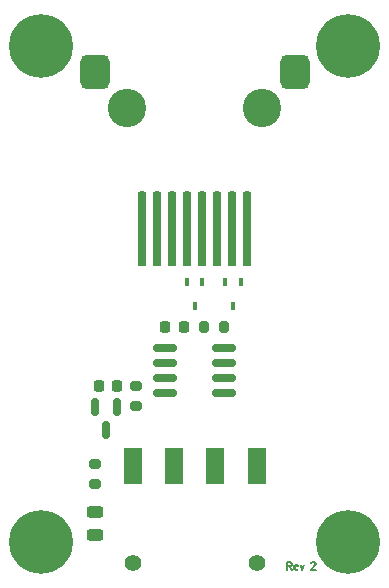
<source format=gbr>
%TF.GenerationSoftware,KiCad,Pcbnew,(7.0.0)*%
%TF.CreationDate,2024-01-22T21:47:18-08:00*%
%TF.ProjectId,M.E.S.S.I Basic,4d2e452e-532e-4532-9e49-204261736963,rev?*%
%TF.SameCoordinates,Original*%
%TF.FileFunction,Soldermask,Top*%
%TF.FilePolarity,Negative*%
%FSLAX46Y46*%
G04 Gerber Fmt 4.6, Leading zero omitted, Abs format (unit mm)*
G04 Created by KiCad (PCBNEW (7.0.0)) date 2024-01-22 21:47:18*
%MOMM*%
%LPD*%
G01*
G04 APERTURE LIST*
G04 Aperture macros list*
%AMRoundRect*
0 Rectangle with rounded corners*
0 $1 Rounding radius*
0 $2 $3 $4 $5 $6 $7 $8 $9 X,Y pos of 4 corners*
0 Add a 4 corners polygon primitive as box body*
4,1,4,$2,$3,$4,$5,$6,$7,$8,$9,$2,$3,0*
0 Add four circle primitives for the rounded corners*
1,1,$1+$1,$2,$3*
1,1,$1+$1,$4,$5*
1,1,$1+$1,$6,$7*
1,1,$1+$1,$8,$9*
0 Add four rect primitives between the rounded corners*
20,1,$1+$1,$2,$3,$4,$5,0*
20,1,$1+$1,$4,$5,$6,$7,0*
20,1,$1+$1,$6,$7,$8,$9,0*
20,1,$1+$1,$8,$9,$2,$3,0*%
G04 Aperture macros list end*
%ADD10C,0.150000*%
%ADD11RoundRect,0.225000X0.225000X0.250000X-0.225000X0.250000X-0.225000X-0.250000X0.225000X-0.250000X0*%
%ADD12C,0.800000*%
%ADD13C,5.400000*%
%ADD14RoundRect,0.200000X0.200000X0.275000X-0.200000X0.275000X-0.200000X-0.275000X0.200000X-0.275000X0*%
%ADD15R,0.450000X0.700000*%
%ADD16RoundRect,0.218750X-0.218750X-0.256250X0.218750X-0.256250X0.218750X0.256250X-0.218750X0.256250X0*%
%ADD17RoundRect,0.243750X0.456250X-0.243750X0.456250X0.243750X-0.456250X0.243750X-0.456250X-0.243750X0*%
%ADD18C,1.397000*%
%ADD19R,1.498600X3.098800*%
%ADD20RoundRect,0.200000X-0.275000X0.200000X-0.275000X-0.200000X0.275000X-0.200000X0.275000X0.200000X0*%
%ADD21RoundRect,0.150000X-0.150000X0.587500X-0.150000X-0.587500X0.150000X-0.587500X0.150000X0.587500X0*%
%ADD22C,3.250000*%
%ADD23RoundRect,0.190000X0.190000X2.985000X-0.190000X2.985000X-0.190000X-2.985000X0.190000X-2.985000X0*%
%ADD24RoundRect,0.635000X0.635000X0.835000X-0.635000X0.835000X-0.635000X-0.835000X0.635000X-0.835000X0*%
%ADD25RoundRect,0.150000X-0.825000X-0.150000X0.825000X-0.150000X0.825000X0.150000X-0.825000X0.150000X0*%
G04 APERTURE END LIST*
D10*
X118195476Y-97338797D02*
X117978809Y-97029273D01*
X117824047Y-97338797D02*
X117824047Y-96688797D01*
X117824047Y-96688797D02*
X118071666Y-96688797D01*
X118071666Y-96688797D02*
X118133571Y-96719750D01*
X118133571Y-96719750D02*
X118164524Y-96750702D01*
X118164524Y-96750702D02*
X118195476Y-96812607D01*
X118195476Y-96812607D02*
X118195476Y-96905464D01*
X118195476Y-96905464D02*
X118164524Y-96967369D01*
X118164524Y-96967369D02*
X118133571Y-96998321D01*
X118133571Y-96998321D02*
X118071666Y-97029273D01*
X118071666Y-97029273D02*
X117824047Y-97029273D01*
X118721666Y-97307845D02*
X118659762Y-97338797D01*
X118659762Y-97338797D02*
X118535952Y-97338797D01*
X118535952Y-97338797D02*
X118474047Y-97307845D01*
X118474047Y-97307845D02*
X118443095Y-97245940D01*
X118443095Y-97245940D02*
X118443095Y-96998321D01*
X118443095Y-96998321D02*
X118474047Y-96936416D01*
X118474047Y-96936416D02*
X118535952Y-96905464D01*
X118535952Y-96905464D02*
X118659762Y-96905464D01*
X118659762Y-96905464D02*
X118721666Y-96936416D01*
X118721666Y-96936416D02*
X118752619Y-96998321D01*
X118752619Y-96998321D02*
X118752619Y-97060226D01*
X118752619Y-97060226D02*
X118443095Y-97122130D01*
X118969286Y-96905464D02*
X119124048Y-97338797D01*
X119124048Y-97338797D02*
X119278809Y-96905464D01*
X119885476Y-96750702D02*
X119916428Y-96719750D01*
X119916428Y-96719750D02*
X119978333Y-96688797D01*
X119978333Y-96688797D02*
X120133095Y-96688797D01*
X120133095Y-96688797D02*
X120195000Y-96719750D01*
X120195000Y-96719750D02*
X120225952Y-96750702D01*
X120225952Y-96750702D02*
X120256905Y-96812607D01*
X120256905Y-96812607D02*
X120256905Y-96874511D01*
X120256905Y-96874511D02*
X120225952Y-96967369D01*
X120225952Y-96967369D02*
X119854524Y-97338797D01*
X119854524Y-97338797D02*
X120256905Y-97338797D01*
D11*
%TO.C,C1*%
X109075000Y-76750000D03*
X107525000Y-76750000D03*
%TD*%
D12*
%TO.C,H1*%
X123000000Y-55025000D03*
X121568109Y-54431891D03*
X124431891Y-54431891D03*
X120975000Y-53000000D03*
D13*
X123000000Y-53000000D03*
D12*
X125025000Y-53000000D03*
X121568109Y-51568109D03*
X124431891Y-51568109D03*
X123000000Y-50975000D03*
%TD*%
%TO.C,H2*%
X94975000Y-53000000D03*
X95568109Y-51568109D03*
X95568109Y-54431891D03*
X97000000Y-50975000D03*
D13*
X97000000Y-53000000D03*
D12*
X97000000Y-55025000D03*
X98431891Y-51568109D03*
X98431891Y-54431891D03*
X99025000Y-53000000D03*
%TD*%
D14*
%TO.C,R3*%
X112475000Y-76750000D03*
X110825000Y-76750000D03*
%TD*%
D12*
%TO.C,H3*%
X94975000Y-95000000D03*
X95568109Y-93568109D03*
X95568109Y-96431891D03*
X97000000Y-92975000D03*
D13*
X97000000Y-95000000D03*
D12*
X97000000Y-97025000D03*
X98431891Y-93568109D03*
X98431891Y-96431891D03*
X99025000Y-95000000D03*
%TD*%
D15*
%TO.C,TVS2*%
X113899999Y-72999999D03*
X112599999Y-72999999D03*
X113249999Y-74999999D03*
%TD*%
D16*
%TO.C,D1*%
X101882500Y-81787500D03*
X103457500Y-81787500D03*
%TD*%
D12*
%TO.C,H4*%
X120975000Y-95000000D03*
X121568109Y-93568109D03*
X121568109Y-96431891D03*
X123000000Y-92975000D03*
D13*
X123000000Y-95000000D03*
D12*
X123000000Y-97025000D03*
X124431891Y-93568109D03*
X124431891Y-96431891D03*
X125025000Y-95000000D03*
%TD*%
D15*
%TO.C,TVS1*%
X110649999Y-72999999D03*
X109349999Y-72999999D03*
X109999999Y-74999999D03*
%TD*%
D17*
%TO.C,D2*%
X101550000Y-94362500D03*
X101550000Y-92487500D03*
%TD*%
D18*
%TO.C,J1*%
X104750000Y-96804621D03*
X115250000Y-96804621D03*
D19*
X104749999Y-88554619D03*
X108250000Y-88554619D03*
X111750001Y-88554619D03*
X115250001Y-88554619D03*
%TD*%
D20*
%TO.C,R1*%
X101550000Y-88400000D03*
X101550000Y-90050000D03*
%TD*%
D21*
%TO.C,Q1*%
X103450000Y-83600000D03*
X101550000Y-83600000D03*
X102500000Y-85475000D03*
%TD*%
D20*
%TO.C,R2*%
X105000000Y-81787500D03*
X105000000Y-83437500D03*
%TD*%
D22*
%TO.C,J2*%
X115715000Y-58250000D03*
X104285000Y-58250000D03*
D23*
X114445000Y-68475000D03*
X113175000Y-68475000D03*
X111905000Y-68475000D03*
X110635000Y-68475000D03*
X109365000Y-68475000D03*
X108095000Y-68475000D03*
X106825000Y-68475000D03*
X105555000Y-68475000D03*
D24*
X118465000Y-55200000D03*
X101535000Y-55200000D03*
%TD*%
D25*
%TO.C,U1*%
X107525000Y-78595000D03*
X107525000Y-79865000D03*
X107525000Y-81135000D03*
X107525000Y-82405000D03*
X112475000Y-82405000D03*
X112475000Y-81135000D03*
X112475000Y-79865000D03*
X112475000Y-78595000D03*
%TD*%
M02*

</source>
